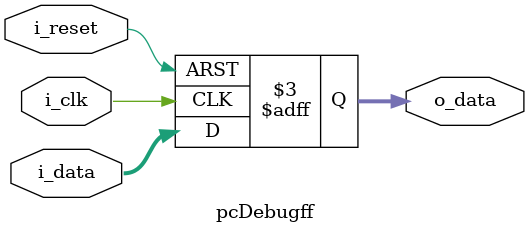
<source format=sv>
module pcDebugff(
    input logic i_clk,
    input logic i_reset,
    input logic [31:0] i_data,
    output logic [31:0] o_data
);
always @(posedge i_clk or negedge i_reset) begin
    if(!i_reset) begin 
        o_data <= 32'd0;
    end else begin 
        o_data <= i_data;
    end
end
endmodule
</source>
